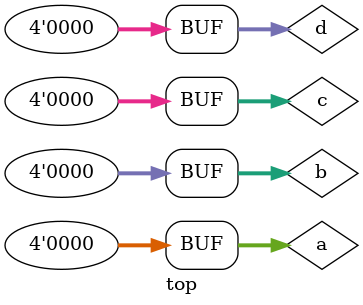
<source format=v>
`timescale 1ns / 1ps


module top;
    
reg [3:0] a = 4'b0000,b = 4'b0000;
reg [3:0] c = 4'b0000,d = 4'b0000;


initial begin
#10;
a = 4'b0001;
#10;
b = 4'b0001;
#10;
a = 4'b0000;
#10;
b = 4'b0000;
#10;
end

initial begin
c <= #10 4'b0001;
d <= #10 4'b0001;
#10;
c <= #10 4'b0000;
d <= #10 4'b0000;
#10;
c <= #10 4'b0001;
d <= #10 4'b0001;
#10;
c <= #10 4'b0000;
d <= #10 4'b0000;
#10;
end
    
endmodule

</source>
